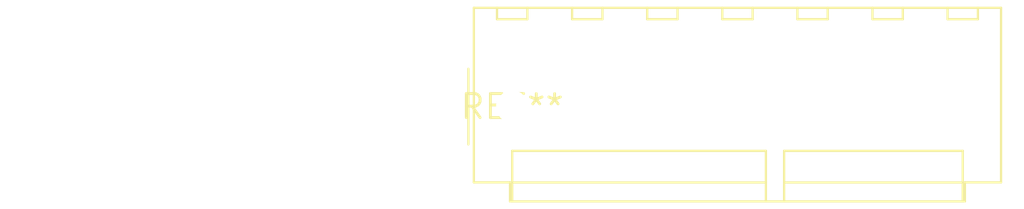
<source format=kicad_pcb>
(kicad_pcb (version 20240108) (generator pcbnew)
  (layers (0 "F.Cu" signal) (31 "B.Cu" signal) (34 "B.Paste" user) (35 "F.Paste" user) (36 "B.SilkS" user "B.Silkscreen") (37 "F.SilkS" user "F.Silkscreen") (38 "B.Mask" user) (39 "F.Mask" user) (44 "Edge.Cuts" user))
  (net 0 "")
  (footprint "Molex_KK-396_A-41791-0007_1x07_P3.96mm_Vertical" (layer "F.Cu") (at 0 0)
    (property "Reference" "REF**")
    (property "Value" "Molex_KK-396_A-41791-0007_1x07_P3.96mm_Vertical")
    (fp_line (start -2.31 -2) (end -2.31 2) (layer "F.SilkS") (stroke (width 0.12)))
    (fp_line (start -2.02 -5.22) (end 25.78 -5.22) (layer "F.SilkS") (stroke (width 0.12)))
    (fp_line (start -2.02 4.005) (end -2.02 -5.22) (layer "F.SilkS") (stroke (width 0.12)))
    (fp_line (start -0.8 -5.22) (end -0.8 -4.62) (layer "F.SilkS") (stroke (width 0.12)))
    (fp_line (start -0.8 -4.62) (end 0.8 -4.62) (layer "F.SilkS") (stroke (width 0.12)))
    (fp_line (start -0.115 4.005) (end -2.02 4.005) (layer "F.SilkS") (stroke (width 0.12)))
    (fp_line (start -0.115 5.01) (end -0.115 4.005) (layer "F.SilkS") (stroke (width 0.12)))
    (fp_line (start 0 2.34) (end 13.38 2.34) (layer "F.SilkS") (stroke (width 0.12)))
    (fp_line (start 0 4.01) (end 0 2.34) (layer "F.SilkS") (stroke (width 0.12)))
    (fp_line (start 0 4.01) (end 13.38 4.01) (layer "F.SilkS") (stroke (width 0.12)))
    (fp_line (start 0 5.01) (end 0 4.01) (layer "F.SilkS") (stroke (width 0.12)))
    (fp_line (start 0.8 -4.62) (end 0.8 -5.22) (layer "F.SilkS") (stroke (width 0.12)))
    (fp_line (start 3.16 -5.22) (end 3.16 -4.62) (layer "F.SilkS") (stroke (width 0.12)))
    (fp_line (start 3.16 -4.62) (end 4.76 -4.62) (layer "F.SilkS") (stroke (width 0.12)))
    (fp_line (start 4.76 -4.62) (end 4.76 -5.22) (layer "F.SilkS") (stroke (width 0.12)))
    (fp_line (start 7.12 -5.22) (end 7.12 -4.62) (layer "F.SilkS") (stroke (width 0.12)))
    (fp_line (start 7.12 -4.62) (end 8.72 -4.62) (layer "F.SilkS") (stroke (width 0.12)))
    (fp_line (start 8.72 -4.62) (end 8.72 -5.22) (layer "F.SilkS") (stroke (width 0.12)))
    (fp_line (start 11.08 -5.22) (end 11.08 -4.62) (layer "F.SilkS") (stroke (width 0.12)))
    (fp_line (start 11.08 -4.62) (end 12.68 -4.62) (layer "F.SilkS") (stroke (width 0.12)))
    (fp_line (start 12.68 -4.62) (end 12.68 -5.22) (layer "F.SilkS") (stroke (width 0.12)))
    (fp_line (start 13.38 2.34) (end 13.38 4.01) (layer "F.SilkS") (stroke (width 0.12)))
    (fp_line (start 13.38 4.01) (end 13.38 5.01) (layer "F.SilkS") (stroke (width 0.12)))
    (fp_line (start 14.34 2.34) (end 23.76 2.34) (layer "F.SilkS") (stroke (width 0.12)))
    (fp_line (start 14.34 4.01) (end 14.34 2.34) (layer "F.SilkS") (stroke (width 0.12)))
    (fp_line (start 14.34 4.01) (end 23.76 4.01) (layer "F.SilkS") (stroke (width 0.12)))
    (fp_line (start 14.34 5.01) (end 14.34 4.01) (layer "F.SilkS") (stroke (width 0.12)))
    (fp_line (start 15.04 -5.22) (end 15.04 -4.62) (layer "F.SilkS") (stroke (width 0.12)))
    (fp_line (start 15.04 -4.62) (end 16.64 -4.62) (layer "F.SilkS") (stroke (width 0.12)))
    (fp_line (start 16.64 -4.62) (end 16.64 -5.22) (layer "F.SilkS") (stroke (width 0.12)))
    (fp_line (start 19 -5.22) (end 19 -4.62) (layer "F.SilkS") (stroke (width 0.12)))
    (fp_line (start 19 -4.62) (end 20.6 -4.62) (layer "F.SilkS") (stroke (width 0.12)))
    (fp_line (start 20.6 -4.62) (end 20.6 -5.22) (layer "F.SilkS") (stroke (width 0.12)))
    (fp_line (start 22.96 -5.22) (end 22.96 -4.62) (layer "F.SilkS") (stroke (width 0.12)))
    (fp_line (start 22.96 -4.62) (end 24.56 -4.62) (layer "F.SilkS") (stroke (width 0.12)))
    (fp_line (start 23.76 2.34) (end 23.76 4.01) (layer "F.SilkS") (stroke (width 0.12)))
    (fp_line (start 23.76 4.01) (end 23.76 5.01) (layer "F.SilkS") (stroke (width 0.12)))
    (fp_line (start 23.875 4.005) (end 23.875 5.01) (layer "F.SilkS") (stroke (width 0.12)))
    (fp_line (start 23.875 5.01) (end -0.115 5.01) (layer "F.SilkS") (stroke (width 0.12)))
    (fp_line (start 24.56 -4.62) (end 24.56 -5.22) (layer "F.SilkS") (stroke (width 0.12)))
    (fp_line (start 25.78 -5.22) (end 25.78 4.005) (layer "F.SilkS") (stroke (width 0.12)))
    (fp_line (start 25.78 4.005) (end 23.875 4.005) (layer "F.SilkS") (stroke (width 0.12)))
    (pad "1" thru_hole roundrect (at 0 0) (size 3.16 4.1) (drill 1.7) (layers *.Cu *.Mask) (remove_unused_layers) (roundrect_rratio 0.079114))
    (pad "2" thru_hole oval (at 3.96 0) (size 3.16 4.1) (drill 1.7) (layers *.Cu *.Mask) (remove_unused_layers))
    (pad "3" thru_hole oval (at 7.92 0) (size 3.16 4.1) (drill 1.7) (layers *.Cu *.Mask) (remove_unused_layers))
    (pad "4" thru_hole oval (at 11.88 0) (size 3.16 4.1) (drill 1.7) (layers *.Cu *.Mask) (remove_unused_layers))
    (pad "5" thru_hole oval (at 15.84 0) (size 3.16 4.1) (drill 1.7) (layers *.Cu *.Mask) (remove_unused_layers))
    (pad "6" thru_hole oval (at 19.8 0) (size 3.16 4.1) (drill 1.7) (layers *.Cu *.Mask) (remove_unused_layers))
    (pad "7" thru_hole oval (at 23.76 0) (size 3.16 4.1) (drill 1.7) (layers *.Cu *.Mask) (remove_unused_layers))
  )
)
</source>
